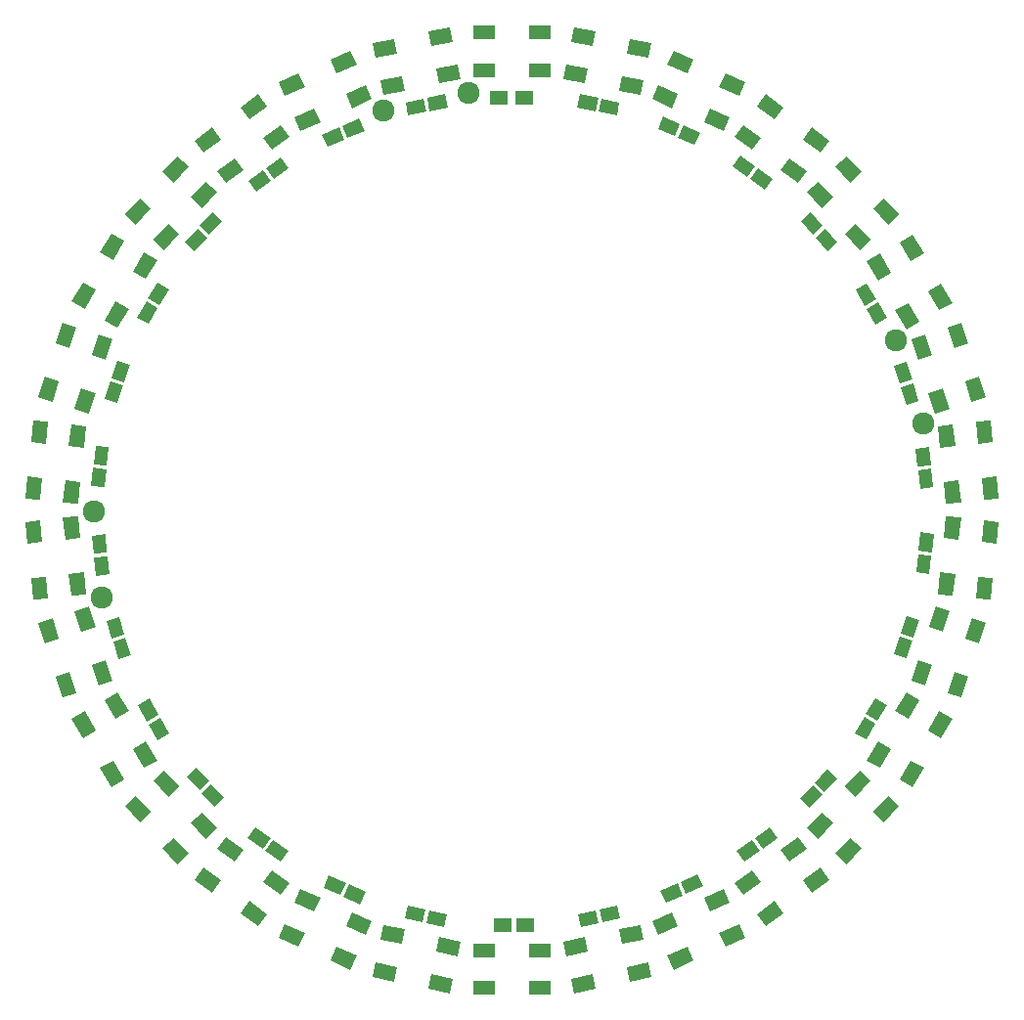
<source format=gts>
G04 #@! TF.FileFunction,Soldermask,Top*
%FSLAX46Y46*%
G04 Gerber Fmt 4.6, Leading zero omitted, Abs format (unit mm)*
G04 Created by KiCad (PCBNEW 4.0.1-stable) date 1/7/2016 3:17:11 PM*
%MOMM*%
G01*
G04 APERTURE LIST*
%ADD10C,0.100000*%
%ADD11R,1.900000X1.300000*%
%ADD12R,1.600000X1.150000*%
%ADD13C,1.924000*%
%ADD14R,1.600000X1.300000*%
G04 APERTURE END LIST*
D10*
G36*
X205263670Y-97724746D02*
X206118287Y-98494246D01*
X205047678Y-99683278D01*
X204193061Y-98913778D01*
X205263670Y-97724746D01*
X205263670Y-97724746D01*
G37*
G36*
X203992322Y-99136722D02*
X204846939Y-99906222D01*
X203776330Y-101095254D01*
X202921713Y-100325754D01*
X203992322Y-99136722D01*
X203992322Y-99136722D01*
G37*
D11*
X180440000Y-33910000D03*
X180440000Y-37210000D03*
X175540000Y-33910000D03*
X175540000Y-37210000D03*
D10*
G36*
X214026025Y-56349038D02*
X215151859Y-55699038D01*
X216101859Y-57344486D01*
X214976025Y-57994486D01*
X214026025Y-56349038D01*
X214026025Y-56349038D01*
G37*
G36*
X211168141Y-57999038D02*
X212293975Y-57349038D01*
X213243975Y-58994486D01*
X212118141Y-59644486D01*
X211168141Y-57999038D01*
X211168141Y-57999038D01*
G37*
G36*
X211576025Y-52105514D02*
X212701859Y-51455514D01*
X213651859Y-53100962D01*
X212526025Y-53750962D01*
X211576025Y-52105514D01*
X211576025Y-52105514D01*
G37*
G36*
X208718141Y-53755514D02*
X209843975Y-53105514D01*
X210793975Y-54750962D01*
X209668141Y-55400962D01*
X208718141Y-53755514D01*
X208718141Y-53755514D01*
G37*
G36*
X200724260Y-109140695D02*
X201488381Y-110192417D01*
X199951248Y-111309209D01*
X199187127Y-110257487D01*
X200724260Y-109140695D01*
X200724260Y-109140695D01*
G37*
G36*
X198784569Y-106470939D02*
X199548690Y-107522661D01*
X198011557Y-108639453D01*
X197247436Y-107587731D01*
X198784569Y-106470939D01*
X198784569Y-106470939D01*
G37*
G36*
X204688443Y-106260547D02*
X205452564Y-107312269D01*
X203915431Y-108429061D01*
X203151310Y-107377339D01*
X204688443Y-106260547D01*
X204688443Y-106260547D01*
G37*
G36*
X202748752Y-103590791D02*
X203512873Y-104642513D01*
X201975740Y-105759305D01*
X201211619Y-104707583D01*
X202748752Y-103590791D01*
X202748752Y-103590791D01*
G37*
G36*
X183638693Y-40428590D02*
X183877791Y-39303720D01*
X185442827Y-39636378D01*
X185203729Y-40761248D01*
X183638693Y-40428590D01*
X183638693Y-40428590D01*
G37*
G36*
X185497173Y-40823622D02*
X185736271Y-39698752D01*
X187301307Y-40031410D01*
X187062209Y-41156280D01*
X185497173Y-40823622D01*
X185497173Y-40823622D01*
G37*
G36*
X190617422Y-42283499D02*
X191085169Y-41232922D01*
X192546842Y-41883701D01*
X192079095Y-42934278D01*
X190617422Y-42283499D01*
X190617422Y-42283499D01*
G37*
G36*
X192353158Y-43056299D02*
X192820905Y-42005722D01*
X194282578Y-42656501D01*
X193814831Y-43707078D01*
X192353158Y-43056299D01*
X192353158Y-43056299D01*
G37*
G36*
X197066244Y-45536561D02*
X197742197Y-44606191D01*
X199036624Y-45546647D01*
X198360671Y-46477017D01*
X197066244Y-45536561D01*
X197066244Y-45536561D01*
G37*
G36*
X198603376Y-46653353D02*
X199279329Y-45722983D01*
X200573756Y-46663439D01*
X199897803Y-47593809D01*
X198603376Y-46653353D01*
X198603376Y-46653353D01*
G37*
G36*
X202981713Y-50274246D02*
X203836330Y-49504746D01*
X204906939Y-50693778D01*
X204052322Y-51463278D01*
X202981713Y-50274246D01*
X202981713Y-50274246D01*
G37*
G36*
X204253061Y-51686222D02*
X205107678Y-50916722D01*
X206178287Y-52105754D01*
X205323670Y-52875254D01*
X204253061Y-51686222D01*
X204253061Y-51686222D01*
G37*
G36*
X207717035Y-56221956D02*
X208712965Y-55646956D01*
X209512965Y-57032596D01*
X208517035Y-57607596D01*
X207717035Y-56221956D01*
X207717035Y-56221956D01*
G37*
G36*
X208667035Y-57867404D02*
X209662965Y-57292404D01*
X210462965Y-58678044D01*
X209467035Y-59253044D01*
X208667035Y-57867404D01*
X208667035Y-57867404D01*
G37*
G36*
X211032363Y-62833336D02*
X212126078Y-62477966D01*
X212620505Y-63999656D01*
X211526790Y-64355026D01*
X211032363Y-62833336D01*
X211032363Y-62833336D01*
G37*
G36*
X211619495Y-64640344D02*
X212713210Y-64284974D01*
X213207637Y-65806664D01*
X212113922Y-66162034D01*
X211619495Y-64640344D01*
X211619495Y-64640344D01*
G37*
G36*
X212935225Y-69959690D02*
X214078925Y-69839483D01*
X214246171Y-71430718D01*
X213102471Y-71550925D01*
X212935225Y-69959690D01*
X212935225Y-69959690D01*
G37*
G36*
X213133829Y-71849282D02*
X214277529Y-71729075D01*
X214444775Y-73320310D01*
X213301075Y-73440517D01*
X213133829Y-71849282D01*
X213133829Y-71849282D01*
G37*
G36*
X213351075Y-77219483D02*
X214494775Y-77339690D01*
X214327529Y-78930925D01*
X213183829Y-78810718D01*
X213351075Y-77219483D01*
X213351075Y-77219483D01*
G37*
G36*
X213152471Y-79109075D02*
X214296171Y-79229282D01*
X214128925Y-80820517D01*
X212985225Y-80700310D01*
X213152471Y-79109075D01*
X213152471Y-79109075D01*
G37*
G36*
X212173922Y-84437966D02*
X213267637Y-84793336D01*
X212773210Y-86315026D01*
X211679495Y-85959656D01*
X212173922Y-84437966D01*
X212173922Y-84437966D01*
G37*
G36*
X211586790Y-86244974D02*
X212680505Y-86600344D01*
X212186078Y-88122034D01*
X211092363Y-87766664D01*
X211586790Y-86244974D01*
X211586790Y-86244974D01*
G37*
G36*
X209427035Y-91576956D02*
X210422965Y-92151956D01*
X209622965Y-93537596D01*
X208627035Y-92962596D01*
X209427035Y-91576956D01*
X209427035Y-91576956D01*
G37*
G36*
X208477035Y-93222404D02*
X209472965Y-93797404D01*
X208672965Y-95183044D01*
X207677035Y-94608044D01*
X208477035Y-93222404D01*
X208477035Y-93222404D01*
G37*
G36*
X200287803Y-102776191D02*
X200963756Y-103706561D01*
X199669329Y-104647017D01*
X198993376Y-103716647D01*
X200287803Y-102776191D01*
X200287803Y-102776191D01*
G37*
G36*
X198750671Y-103892983D02*
X199426624Y-104823353D01*
X198132197Y-105763809D01*
X197456244Y-104833439D01*
X198750671Y-103892983D01*
X198750671Y-103892983D01*
G37*
G36*
X194034831Y-106832922D02*
X194502578Y-107883499D01*
X193040905Y-108534278D01*
X192573158Y-107483701D01*
X194034831Y-106832922D01*
X194034831Y-106832922D01*
G37*
G36*
X192299095Y-107605722D02*
X192766842Y-108656299D01*
X191305169Y-109307078D01*
X190837422Y-108256501D01*
X192299095Y-107605722D01*
X192299095Y-107605722D01*
G37*
G36*
X187112209Y-109543720D02*
X187351307Y-110668590D01*
X185786271Y-111001248D01*
X185547173Y-109876378D01*
X187112209Y-109543720D01*
X187112209Y-109543720D01*
G37*
G36*
X185253729Y-109938752D02*
X185492827Y-111063622D01*
X183927791Y-111396280D01*
X183688693Y-110271410D01*
X185253729Y-109938752D01*
X185253729Y-109938752D01*
G37*
D12*
X179100000Y-111260000D03*
X177200000Y-111260000D03*
D10*
G36*
X172381307Y-110271410D02*
X172142209Y-111396280D01*
X170577173Y-111063622D01*
X170816271Y-109938752D01*
X172381307Y-110271410D01*
X172381307Y-110271410D01*
G37*
G36*
X170522827Y-109876378D02*
X170283729Y-111001248D01*
X168718693Y-110668590D01*
X168957791Y-109543720D01*
X170522827Y-109876378D01*
X170522827Y-109876378D01*
G37*
G36*
X165332578Y-108366501D02*
X164864831Y-109417078D01*
X163403158Y-108766299D01*
X163870905Y-107715722D01*
X165332578Y-108366501D01*
X165332578Y-108366501D01*
G37*
G36*
X163596842Y-107593701D02*
X163129095Y-108644278D01*
X161667422Y-107993499D01*
X162135169Y-106942922D01*
X163596842Y-107593701D01*
X163596842Y-107593701D01*
G37*
G36*
X158613756Y-104833439D02*
X157937803Y-105763809D01*
X156643376Y-104823353D01*
X157319329Y-103892983D01*
X158613756Y-104833439D01*
X158613756Y-104833439D01*
G37*
G36*
X157076624Y-103716647D02*
X156400671Y-104647017D01*
X155106244Y-103706561D01*
X155782197Y-102776191D01*
X157076624Y-103716647D01*
X157076624Y-103716647D01*
G37*
G36*
X153028287Y-100215754D02*
X152173670Y-100985254D01*
X151103061Y-99796222D01*
X151957678Y-99026722D01*
X153028287Y-100215754D01*
X153028287Y-100215754D01*
G37*
G36*
X151756939Y-98803778D02*
X150902322Y-99573278D01*
X149831713Y-98384246D01*
X150686330Y-97614746D01*
X151756939Y-98803778D01*
X151756939Y-98803778D01*
G37*
G36*
X148332965Y-94658044D02*
X147337035Y-95233044D01*
X146537035Y-93847404D01*
X147532965Y-93272404D01*
X148332965Y-94658044D01*
X148332965Y-94658044D01*
G37*
G36*
X147382965Y-93012596D02*
X146387035Y-93587596D01*
X145587035Y-92201956D01*
X146582965Y-91626956D01*
X147382965Y-93012596D01*
X147382965Y-93012596D01*
G37*
G36*
X145037637Y-87876664D02*
X143943922Y-88232034D01*
X143449495Y-86710344D01*
X144543210Y-86354974D01*
X145037637Y-87876664D01*
X145037637Y-87876664D01*
G37*
G36*
X144450505Y-86069656D02*
X143356790Y-86425026D01*
X142862363Y-84903336D01*
X143956078Y-84547966D01*
X144450505Y-86069656D01*
X144450505Y-86069656D01*
G37*
G36*
X143134775Y-80860310D02*
X141991075Y-80980517D01*
X141823829Y-79389282D01*
X142967529Y-79269075D01*
X143134775Y-80860310D01*
X143134775Y-80860310D01*
G37*
G36*
X142936171Y-78970718D02*
X141792471Y-79090925D01*
X141625225Y-77499690D01*
X142768925Y-77379483D01*
X142936171Y-78970718D01*
X142936171Y-78970718D01*
G37*
G36*
X142718925Y-73330517D02*
X141575225Y-73210310D01*
X141742471Y-71619075D01*
X142886171Y-71739282D01*
X142718925Y-73330517D01*
X142718925Y-73330517D01*
G37*
G36*
X142917529Y-71440925D02*
X141773829Y-71320718D01*
X141941075Y-69729483D01*
X143084775Y-69849690D01*
X142917529Y-71440925D01*
X142917529Y-71440925D01*
G37*
G36*
X143846078Y-66052034D02*
X142752363Y-65696664D01*
X143246790Y-64174974D01*
X144340505Y-64530344D01*
X143846078Y-66052034D01*
X143846078Y-66052034D01*
G37*
G36*
X144433210Y-64245026D02*
X143339495Y-63889656D01*
X143833922Y-62367966D01*
X144927637Y-62723336D01*
X144433210Y-64245026D01*
X144433210Y-64245026D01*
G37*
G36*
X146532965Y-59193044D02*
X145537035Y-58618044D01*
X146337035Y-57232404D01*
X147332965Y-57807404D01*
X146532965Y-59193044D01*
X146532965Y-59193044D01*
G37*
G36*
X147482965Y-57547596D02*
X146487035Y-56972596D01*
X147287035Y-55586956D01*
X148282965Y-56161956D01*
X147482965Y-57547596D01*
X147482965Y-57547596D01*
G37*
G36*
X150526330Y-52875254D02*
X149671713Y-52105754D01*
X150742322Y-50916722D01*
X151596939Y-51686222D01*
X150526330Y-52875254D01*
X150526330Y-52875254D01*
G37*
G36*
X151797678Y-51463278D02*
X150943061Y-50693778D01*
X152013670Y-49504746D01*
X152868287Y-50274246D01*
X151797678Y-51463278D01*
X151797678Y-51463278D01*
G37*
G36*
X155832197Y-47763809D02*
X155156244Y-46833439D01*
X156450671Y-45892983D01*
X157126624Y-46823353D01*
X155832197Y-47763809D01*
X155832197Y-47763809D01*
G37*
G36*
X157369329Y-46647017D02*
X156693376Y-45716647D01*
X157987803Y-44776191D01*
X158663756Y-45706561D01*
X157369329Y-46647017D01*
X157369329Y-46647017D01*
G37*
G36*
X162025169Y-43877078D02*
X161557422Y-42826501D01*
X163019095Y-42175722D01*
X163486842Y-43226299D01*
X162025169Y-43877078D01*
X162025169Y-43877078D01*
G37*
G36*
X163760905Y-43104278D02*
X163293158Y-42053701D01*
X164754831Y-41402922D01*
X165222578Y-42453499D01*
X163760905Y-43104278D01*
X163760905Y-43104278D01*
G37*
G36*
X169007791Y-41156280D02*
X168768693Y-40031410D01*
X170333729Y-39698752D01*
X170572827Y-40823622D01*
X169007791Y-41156280D01*
X169007791Y-41156280D01*
G37*
G36*
X170866271Y-40761248D02*
X170627173Y-39636378D01*
X172192209Y-39303720D01*
X172431307Y-40428590D01*
X170866271Y-40761248D01*
X170866271Y-40761248D01*
G37*
G36*
X187925133Y-35763720D02*
X188195418Y-34492128D01*
X190053899Y-34887160D01*
X189783614Y-36158752D01*
X187925133Y-35763720D01*
X187925133Y-35763720D01*
G37*
G36*
X187239024Y-38991607D02*
X187509309Y-37720015D01*
X189367790Y-38115047D01*
X189097505Y-39386639D01*
X187239024Y-38991607D01*
X187239024Y-38991607D01*
G37*
G36*
X183132210Y-34744953D02*
X183402495Y-33473361D01*
X185260976Y-33868393D01*
X184990691Y-35139985D01*
X183132210Y-34744953D01*
X183132210Y-34744953D01*
G37*
G36*
X182446101Y-37972840D02*
X182716386Y-36701248D01*
X184574867Y-37096280D01*
X184304582Y-38367872D01*
X182446101Y-37972840D01*
X182446101Y-37972840D01*
G37*
G36*
X195927055Y-38696560D02*
X196455813Y-37508951D01*
X198191549Y-38281750D01*
X197662791Y-39469359D01*
X195927055Y-38696560D01*
X195927055Y-38696560D01*
G37*
G36*
X194584824Y-41711260D02*
X195113582Y-40523651D01*
X196849318Y-41296450D01*
X196320560Y-42484059D01*
X194584824Y-41711260D01*
X194584824Y-41711260D01*
G37*
G36*
X191450682Y-36703550D02*
X191979440Y-35515941D01*
X193715176Y-36288740D01*
X193186418Y-37476349D01*
X191450682Y-36703550D01*
X191450682Y-36703550D01*
G37*
G36*
X190108451Y-39718250D02*
X190637209Y-38530641D01*
X192372945Y-39303440D01*
X191844187Y-40491049D01*
X190108451Y-39718250D01*
X190108451Y-39718250D01*
G37*
G36*
X203151310Y-43222661D02*
X203915431Y-42170939D01*
X205452564Y-43287731D01*
X204688443Y-44339453D01*
X203151310Y-43222661D01*
X203151310Y-43222661D01*
G37*
G36*
X201211619Y-45892417D02*
X201975740Y-44840695D01*
X203512873Y-45957487D01*
X202748752Y-47009209D01*
X201211619Y-45892417D01*
X201211619Y-45892417D01*
G37*
G36*
X199187127Y-40342513D02*
X199951248Y-39290791D01*
X201488381Y-40407583D01*
X200724260Y-41459305D01*
X199187127Y-40342513D01*
X199187127Y-40342513D01*
G37*
G36*
X197247436Y-43012269D02*
X198011557Y-41960547D01*
X199548690Y-43077339D01*
X198784569Y-44129061D01*
X197247436Y-43012269D01*
X197247436Y-43012269D01*
G37*
G36*
X209266841Y-49155586D02*
X210232929Y-48285717D01*
X211504277Y-49697692D01*
X210538189Y-50567561D01*
X209266841Y-49155586D01*
X209266841Y-49155586D01*
G37*
G36*
X206814463Y-51363717D02*
X207780551Y-50493848D01*
X209051899Y-51905823D01*
X208085811Y-52775692D01*
X206814463Y-51363717D01*
X206814463Y-51363717D01*
G37*
G36*
X205988101Y-45514177D02*
X206954189Y-44644308D01*
X208225537Y-46056283D01*
X207259449Y-46926152D01*
X205988101Y-45514177D01*
X205988101Y-45514177D01*
G37*
G36*
X203535723Y-47722308D02*
X204501811Y-46852439D01*
X205773159Y-48264414D01*
X204807071Y-49134283D01*
X203535723Y-47722308D01*
X203535723Y-47722308D01*
G37*
G36*
X217194582Y-64137567D02*
X218430956Y-63735845D01*
X219018088Y-65542853D01*
X217781714Y-65944575D01*
X217194582Y-64137567D01*
X217194582Y-64137567D01*
G37*
G36*
X214056095Y-65157324D02*
X215292469Y-64755602D01*
X215879601Y-66562610D01*
X214643227Y-66964332D01*
X214056095Y-65157324D01*
X214056095Y-65157324D01*
G37*
G36*
X215680399Y-59477390D02*
X216916773Y-59075668D01*
X217503905Y-60882676D01*
X216267531Y-61284398D01*
X215680399Y-59477390D01*
X215680399Y-59477390D01*
G37*
G36*
X212541912Y-60497147D02*
X213778286Y-60095425D01*
X214365418Y-61902433D01*
X213129044Y-62304155D01*
X212541912Y-60497147D01*
X212541912Y-60497147D01*
G37*
G36*
X218661315Y-72537255D02*
X219954193Y-72401368D01*
X220152797Y-74290959D01*
X218859919Y-74426846D01*
X218661315Y-72537255D01*
X218661315Y-72537255D01*
G37*
G36*
X215379393Y-72882199D02*
X216672271Y-72746312D01*
X216870875Y-74635903D01*
X215577997Y-74771790D01*
X215379393Y-72882199D01*
X215379393Y-72882199D01*
G37*
G36*
X218149125Y-67664097D02*
X219442003Y-67528210D01*
X219640607Y-69417801D01*
X218347729Y-69553688D01*
X218149125Y-67664097D01*
X218149125Y-67664097D01*
G37*
G36*
X214867203Y-68009041D02*
X216160081Y-67873154D01*
X216358685Y-69762745D01*
X215065807Y-69898632D01*
X214867203Y-68009041D01*
X214867203Y-68009041D01*
G37*
G36*
X218347729Y-81046312D02*
X219640607Y-81182199D01*
X219442003Y-83071790D01*
X218149125Y-82935903D01*
X218347729Y-81046312D01*
X218347729Y-81046312D01*
G37*
G36*
X215065807Y-80701368D02*
X216358685Y-80837255D01*
X216160081Y-82726846D01*
X214867203Y-82590959D01*
X215065807Y-80701368D01*
X215065807Y-80701368D01*
G37*
G36*
X218859919Y-76173154D02*
X220152797Y-76309041D01*
X219954193Y-78198632D01*
X218661315Y-78062745D01*
X218859919Y-76173154D01*
X218859919Y-76173154D01*
G37*
G36*
X215577997Y-75828210D02*
X216870875Y-75964097D01*
X216672271Y-77853688D01*
X215379393Y-77717801D01*
X215577997Y-75828210D01*
X215577997Y-75828210D01*
G37*
G36*
X216277531Y-89315602D02*
X217513905Y-89717324D01*
X216926773Y-91524332D01*
X215690399Y-91122610D01*
X216277531Y-89315602D01*
X216277531Y-89315602D01*
G37*
G36*
X213139044Y-88295845D02*
X214375418Y-88697567D01*
X213788286Y-90504575D01*
X212551912Y-90102853D01*
X213139044Y-88295845D01*
X213139044Y-88295845D01*
G37*
G36*
X217791714Y-84655425D02*
X219028088Y-85057147D01*
X218440956Y-86864155D01*
X217204582Y-86462433D01*
X217791714Y-84655425D01*
X217791714Y-84655425D01*
G37*
G36*
X214653227Y-83635668D02*
X215889601Y-84037390D01*
X215302469Y-85844398D01*
X214066095Y-85442676D01*
X214653227Y-83635668D01*
X214653227Y-83635668D01*
G37*
G36*
X212526025Y-96969038D02*
X213651859Y-97619038D01*
X212701859Y-99264486D01*
X211576025Y-98614486D01*
X212526025Y-96969038D01*
X212526025Y-96969038D01*
G37*
G36*
X209668141Y-95319038D02*
X210793975Y-95969038D01*
X209843975Y-97614486D01*
X208718141Y-96964486D01*
X209668141Y-95319038D01*
X209668141Y-95319038D01*
G37*
G36*
X214976025Y-92725514D02*
X216101859Y-93375514D01*
X215151859Y-95020962D01*
X214026025Y-94370962D01*
X214976025Y-92725514D01*
X214976025Y-92725514D01*
G37*
G36*
X212118141Y-91075514D02*
X213243975Y-91725514D01*
X212293975Y-93370962D01*
X211168141Y-92720962D01*
X212118141Y-91075514D01*
X212118141Y-91075514D01*
G37*
G36*
X207259449Y-103673848D02*
X208225537Y-104543717D01*
X206954189Y-105955692D01*
X205988101Y-105085823D01*
X207259449Y-103673848D01*
X207259449Y-103673848D01*
G37*
G36*
X204807071Y-101465717D02*
X205773159Y-102335586D01*
X204501811Y-103747561D01*
X203535723Y-102877692D01*
X204807071Y-101465717D01*
X204807071Y-101465717D01*
G37*
G36*
X210538189Y-100032439D02*
X211504277Y-100902308D01*
X210232929Y-102314283D01*
X209266841Y-101444414D01*
X210538189Y-100032439D01*
X210538189Y-100032439D01*
G37*
G36*
X208085811Y-97824308D02*
X209051899Y-98694177D01*
X207780551Y-100106152D01*
X206814463Y-99236283D01*
X208085811Y-97824308D01*
X208085811Y-97824308D01*
G37*
G36*
X193186418Y-113123651D02*
X193715176Y-114311260D01*
X191979440Y-115084059D01*
X191450682Y-113896450D01*
X193186418Y-113123651D01*
X193186418Y-113123651D01*
G37*
G36*
X191844187Y-110108951D02*
X192372945Y-111296560D01*
X190637209Y-112069359D01*
X190108451Y-110881750D01*
X191844187Y-110108951D01*
X191844187Y-110108951D01*
G37*
G36*
X197662791Y-111130641D02*
X198191549Y-112318250D01*
X196455813Y-113091049D01*
X195927055Y-111903440D01*
X197662791Y-111130641D01*
X197662791Y-111130641D01*
G37*
G36*
X196320560Y-108115941D02*
X196849318Y-109303550D01*
X195113582Y-110076349D01*
X194584824Y-108888740D01*
X196320560Y-108115941D01*
X196320560Y-108115941D01*
G37*
G36*
X184990691Y-115460015D02*
X185260976Y-116731607D01*
X183402495Y-117126639D01*
X183132210Y-115855047D01*
X184990691Y-115460015D01*
X184990691Y-115460015D01*
G37*
G36*
X184304582Y-112232128D02*
X184574867Y-113503720D01*
X182716386Y-113898752D01*
X182446101Y-112627160D01*
X184304582Y-112232128D01*
X184304582Y-112232128D01*
G37*
G36*
X189783614Y-114441248D02*
X190053899Y-115712840D01*
X188195418Y-116107872D01*
X187925133Y-114836280D01*
X189783614Y-114441248D01*
X189783614Y-114441248D01*
G37*
G36*
X189097505Y-111213361D02*
X189367790Y-112484953D01*
X187509309Y-112879985D01*
X187239024Y-111608393D01*
X189097505Y-111213361D01*
X189097505Y-111213361D01*
G37*
D11*
X175540000Y-116690000D03*
X175540000Y-113390000D03*
X180440000Y-116690000D03*
X180440000Y-113390000D03*
D10*
G36*
X168054867Y-114836280D02*
X167784582Y-116107872D01*
X165926101Y-115712840D01*
X166196386Y-114441248D01*
X168054867Y-114836280D01*
X168054867Y-114836280D01*
G37*
G36*
X168740976Y-111608393D02*
X168470691Y-112879985D01*
X166612210Y-112484953D01*
X166882495Y-111213361D01*
X168740976Y-111608393D01*
X168740976Y-111608393D01*
G37*
G36*
X172847790Y-115855047D02*
X172577505Y-117126639D01*
X170719024Y-116731607D01*
X170989309Y-115460015D01*
X172847790Y-115855047D01*
X172847790Y-115855047D01*
G37*
G36*
X173533899Y-112627160D02*
X173263614Y-113898752D01*
X171405133Y-113503720D01*
X171675418Y-112232128D01*
X173533899Y-112627160D01*
X173533899Y-112627160D01*
G37*
G36*
X160052945Y-111903440D02*
X159524187Y-113091049D01*
X157788451Y-112318250D01*
X158317209Y-111130641D01*
X160052945Y-111903440D01*
X160052945Y-111903440D01*
G37*
G36*
X161395176Y-108888740D02*
X160866418Y-110076349D01*
X159130682Y-109303550D01*
X159659440Y-108115941D01*
X161395176Y-108888740D01*
X161395176Y-108888740D01*
G37*
G36*
X164529318Y-113896450D02*
X164000560Y-115084059D01*
X162264824Y-114311260D01*
X162793582Y-113123651D01*
X164529318Y-113896450D01*
X164529318Y-113896450D01*
G37*
G36*
X165871549Y-110881750D02*
X165342791Y-112069359D01*
X163607055Y-111296560D01*
X164135813Y-110108951D01*
X165871549Y-110881750D01*
X165871549Y-110881750D01*
G37*
G36*
X152828690Y-107377339D02*
X152064569Y-108429061D01*
X150527436Y-107312269D01*
X151291557Y-106260547D01*
X152828690Y-107377339D01*
X152828690Y-107377339D01*
G37*
G36*
X154768381Y-104707583D02*
X154004260Y-105759305D01*
X152467127Y-104642513D01*
X153231248Y-103590791D01*
X154768381Y-104707583D01*
X154768381Y-104707583D01*
G37*
G36*
X156792873Y-110257487D02*
X156028752Y-111309209D01*
X154491619Y-110192417D01*
X155255740Y-109140695D01*
X156792873Y-110257487D01*
X156792873Y-110257487D01*
G37*
G36*
X158732564Y-107587731D02*
X157968443Y-108639453D01*
X156431310Y-107522661D01*
X157195431Y-106470939D01*
X158732564Y-107587731D01*
X158732564Y-107587731D01*
G37*
G36*
X146713159Y-101444414D02*
X145747071Y-102314283D01*
X144475723Y-100902308D01*
X145441811Y-100032439D01*
X146713159Y-101444414D01*
X146713159Y-101444414D01*
G37*
G36*
X149165537Y-99236283D02*
X148199449Y-100106152D01*
X146928101Y-98694177D01*
X147894189Y-97824308D01*
X149165537Y-99236283D01*
X149165537Y-99236283D01*
G37*
G36*
X149991899Y-105085823D02*
X149025811Y-105955692D01*
X147754463Y-104543717D01*
X148720551Y-103673848D01*
X149991899Y-105085823D01*
X149991899Y-105085823D01*
G37*
G36*
X152444277Y-102877692D02*
X151478189Y-103747561D01*
X150206841Y-102335586D01*
X151172929Y-101465717D01*
X152444277Y-102877692D01*
X152444277Y-102877692D01*
G37*
G36*
X141953975Y-94370962D02*
X140828141Y-95020962D01*
X139878141Y-93375514D01*
X141003975Y-92725514D01*
X141953975Y-94370962D01*
X141953975Y-94370962D01*
G37*
G36*
X144811859Y-92720962D02*
X143686025Y-93370962D01*
X142736025Y-91725514D01*
X143861859Y-91075514D01*
X144811859Y-92720962D01*
X144811859Y-92720962D01*
G37*
G36*
X144403975Y-98614486D02*
X143278141Y-99264486D01*
X142328141Y-97619038D01*
X143453975Y-96969038D01*
X144403975Y-98614486D01*
X144403975Y-98614486D01*
G37*
G36*
X147261859Y-96964486D02*
X146136025Y-97614486D01*
X145186025Y-95969038D01*
X146311859Y-95319038D01*
X147261859Y-96964486D01*
X147261859Y-96964486D01*
G37*
G36*
X138785418Y-86462433D02*
X137549044Y-86864155D01*
X136961912Y-85057147D01*
X138198286Y-84655425D01*
X138785418Y-86462433D01*
X138785418Y-86462433D01*
G37*
G36*
X141923905Y-85442676D02*
X140687531Y-85844398D01*
X140100399Y-84037390D01*
X141336773Y-83635668D01*
X141923905Y-85442676D01*
X141923905Y-85442676D01*
G37*
G36*
X140299601Y-91122610D02*
X139063227Y-91524332D01*
X138476095Y-89717324D01*
X139712469Y-89315602D01*
X140299601Y-91122610D01*
X140299601Y-91122610D01*
G37*
G36*
X143438088Y-90102853D02*
X142201714Y-90504575D01*
X141614582Y-88697567D01*
X142850956Y-88295845D01*
X143438088Y-90102853D01*
X143438088Y-90102853D01*
G37*
G36*
X137318685Y-78062745D02*
X136025807Y-78198632D01*
X135827203Y-76309041D01*
X137120081Y-76173154D01*
X137318685Y-78062745D01*
X137318685Y-78062745D01*
G37*
G36*
X140600607Y-77717801D02*
X139307729Y-77853688D01*
X139109125Y-75964097D01*
X140402003Y-75828210D01*
X140600607Y-77717801D01*
X140600607Y-77717801D01*
G37*
G36*
X137830875Y-82935903D02*
X136537997Y-83071790D01*
X136339393Y-81182199D01*
X137632271Y-81046312D01*
X137830875Y-82935903D01*
X137830875Y-82935903D01*
G37*
G36*
X141112797Y-82590959D02*
X139819919Y-82726846D01*
X139621315Y-80837255D01*
X140914193Y-80701368D01*
X141112797Y-82590959D01*
X141112797Y-82590959D01*
G37*
G36*
X137632271Y-69553688D02*
X136339393Y-69417801D01*
X136537997Y-67528210D01*
X137830875Y-67664097D01*
X137632271Y-69553688D01*
X137632271Y-69553688D01*
G37*
G36*
X140914193Y-69898632D02*
X139621315Y-69762745D01*
X139819919Y-67873154D01*
X141112797Y-68009041D01*
X140914193Y-69898632D01*
X140914193Y-69898632D01*
G37*
G36*
X137120081Y-74426846D02*
X135827203Y-74290959D01*
X136025807Y-72401368D01*
X137318685Y-72537255D01*
X137120081Y-74426846D01*
X137120081Y-74426846D01*
G37*
G36*
X140402003Y-74771790D02*
X139109125Y-74635903D01*
X139307729Y-72746312D01*
X140600607Y-72882199D01*
X140402003Y-74771790D01*
X140402003Y-74771790D01*
G37*
G36*
X139712469Y-61284398D02*
X138476095Y-60882676D01*
X139063227Y-59075668D01*
X140299601Y-59477390D01*
X139712469Y-61284398D01*
X139712469Y-61284398D01*
G37*
G36*
X142850956Y-62304155D02*
X141614582Y-61902433D01*
X142201714Y-60095425D01*
X143438088Y-60497147D01*
X142850956Y-62304155D01*
X142850956Y-62304155D01*
G37*
G36*
X138198286Y-65944575D02*
X136961912Y-65542853D01*
X137549044Y-63735845D01*
X138785418Y-64137567D01*
X138198286Y-65944575D01*
X138198286Y-65944575D01*
G37*
G36*
X141336773Y-66964332D02*
X140100399Y-66562610D01*
X140687531Y-64755602D01*
X141923905Y-65157324D01*
X141336773Y-66964332D01*
X141336773Y-66964332D01*
G37*
G36*
X143453975Y-53630962D02*
X142328141Y-52980962D01*
X143278141Y-51335514D01*
X144403975Y-51985514D01*
X143453975Y-53630962D01*
X143453975Y-53630962D01*
G37*
G36*
X146311859Y-55280962D02*
X145186025Y-54630962D01*
X146136025Y-52985514D01*
X147261859Y-53635514D01*
X146311859Y-55280962D01*
X146311859Y-55280962D01*
G37*
G36*
X141003975Y-57874486D02*
X139878141Y-57224486D01*
X140828141Y-55579038D01*
X141953975Y-56229038D01*
X141003975Y-57874486D01*
X141003975Y-57874486D01*
G37*
G36*
X143861859Y-59524486D02*
X142736025Y-58874486D01*
X143686025Y-57229038D01*
X144811859Y-57879038D01*
X143861859Y-59524486D01*
X143861859Y-59524486D01*
G37*
G36*
X148720551Y-46926152D02*
X147754463Y-46056283D01*
X149025811Y-44644308D01*
X149991899Y-45514177D01*
X148720551Y-46926152D01*
X148720551Y-46926152D01*
G37*
G36*
X151172929Y-49134283D02*
X150206841Y-48264414D01*
X151478189Y-46852439D01*
X152444277Y-47722308D01*
X151172929Y-49134283D01*
X151172929Y-49134283D01*
G37*
G36*
X145441811Y-50567561D02*
X144475723Y-49697692D01*
X145747071Y-48285717D01*
X146713159Y-49155586D01*
X145441811Y-50567561D01*
X145441811Y-50567561D01*
G37*
G36*
X147894189Y-52775692D02*
X146928101Y-51905823D01*
X148199449Y-50493848D01*
X149165537Y-51363717D01*
X147894189Y-52775692D01*
X147894189Y-52775692D01*
G37*
G36*
X155255740Y-41459305D02*
X154491619Y-40407583D01*
X156028752Y-39290791D01*
X156792873Y-40342513D01*
X155255740Y-41459305D01*
X155255740Y-41459305D01*
G37*
G36*
X157195431Y-44129061D02*
X156431310Y-43077339D01*
X157968443Y-41960547D01*
X158732564Y-43012269D01*
X157195431Y-44129061D01*
X157195431Y-44129061D01*
G37*
G36*
X151291557Y-44339453D02*
X150527436Y-43287731D01*
X152064569Y-42170939D01*
X152828690Y-43222661D01*
X151291557Y-44339453D01*
X151291557Y-44339453D01*
G37*
G36*
X153231248Y-47009209D02*
X152467127Y-45957487D01*
X154004260Y-44840695D01*
X154768381Y-45892417D01*
X153231248Y-47009209D01*
X153231248Y-47009209D01*
G37*
G36*
X162793582Y-37476349D02*
X162264824Y-36288740D01*
X164000560Y-35515941D01*
X164529318Y-36703550D01*
X162793582Y-37476349D01*
X162793582Y-37476349D01*
G37*
G36*
X164135813Y-40491049D02*
X163607055Y-39303440D01*
X165342791Y-38530641D01*
X165871549Y-39718250D01*
X164135813Y-40491049D01*
X164135813Y-40491049D01*
G37*
G36*
X158317209Y-39469359D02*
X157788451Y-38281750D01*
X159524187Y-37508951D01*
X160052945Y-38696560D01*
X158317209Y-39469359D01*
X158317209Y-39469359D01*
G37*
G36*
X159659440Y-42484059D02*
X159130682Y-41296450D01*
X160866418Y-40523651D01*
X161395176Y-41711260D01*
X159659440Y-42484059D01*
X159659440Y-42484059D01*
G37*
G36*
X170989309Y-35139985D02*
X170719024Y-33868393D01*
X172577505Y-33473361D01*
X172847790Y-34744953D01*
X170989309Y-35139985D01*
X170989309Y-35139985D01*
G37*
G36*
X171675418Y-38367872D02*
X171405133Y-37096280D01*
X173263614Y-36701248D01*
X173533899Y-37972840D01*
X171675418Y-38367872D01*
X171675418Y-38367872D01*
G37*
G36*
X166196386Y-36158752D02*
X165926101Y-34887160D01*
X167784582Y-34492128D01*
X168054867Y-35763720D01*
X166196386Y-36158752D01*
X166196386Y-36158752D01*
G37*
G36*
X166882495Y-39386639D02*
X166612210Y-38115047D01*
X168470691Y-37720015D01*
X168740976Y-38991607D01*
X166882495Y-39386639D01*
X166882495Y-39386639D01*
G37*
D13*
X141810000Y-75390000D03*
X174180000Y-39160000D03*
X142500000Y-82840000D03*
X211230000Y-60610000D03*
X213600000Y-67830000D03*
X166830000Y-40700000D03*
D14*
X176880000Y-39560000D03*
X179080000Y-39560000D03*
M02*

</source>
